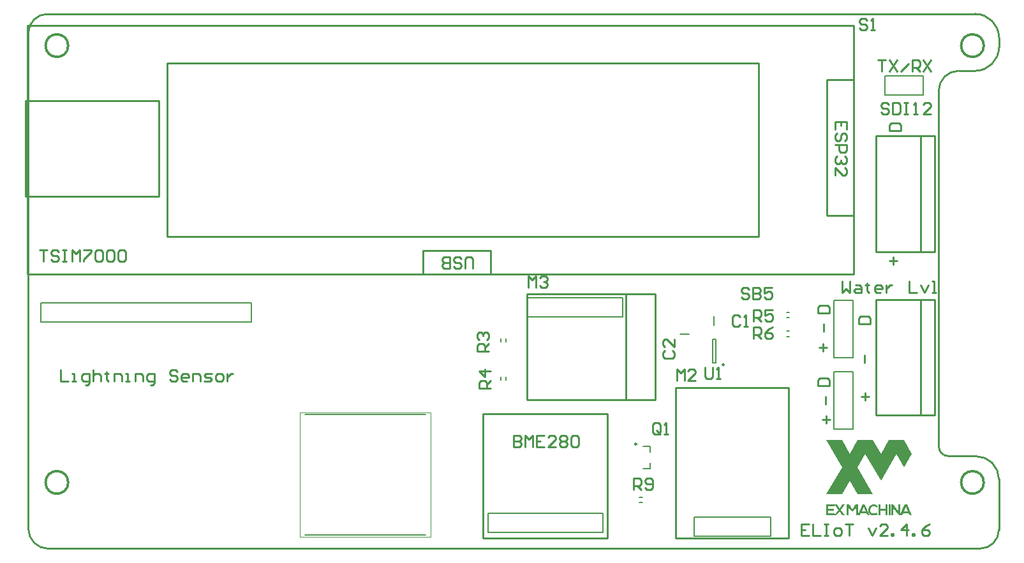
<source format=gto>
G04*
G04 #@! TF.GenerationSoftware,Altium Limited,Altium Designer,21.2.1 (34)*
G04*
G04 Layer_Color=65535*
%FSLAX44Y44*%
%MOMM*%
G71*
G04*
G04 #@! TF.SameCoordinates,603A0A18-1311-4174-A4CB-90F12E54E7A9*
G04*
G04*
G04 #@! TF.FilePolarity,Positive*
G04*
G01*
G75*
%ADD10C,0.2500*%
%ADD11C,0.2540*%
%ADD12C,0.2000*%
%ADD13C,0.2794*%
%ADD14C,0.0500*%
%ADD15C,0.3000*%
G36*
X1822599Y1606026D02*
X1812230Y1588064D01*
X1801953Y1606026D01*
X1781307Y1570196D01*
X1760569Y1606026D01*
X1750292Y1588064D01*
X1770938Y1552327D01*
X1750292D01*
X1739923Y1570196D01*
X1729646Y1552327D01*
X1709000D01*
X1729646Y1588064D01*
X1709000Y1623894D01*
X1729646D01*
X1739923Y1606026D01*
X1750292Y1623894D01*
X1770938D01*
X1781307Y1606026D01*
X1791584Y1623894D01*
X1812230D01*
X1822599Y1606026D01*
D02*
G37*
G36*
X1773067Y1538810D02*
X1773901Y1538625D01*
X1774919Y1538255D01*
X1775012D01*
X1775197Y1538162D01*
X1775752Y1537884D01*
X1776586Y1537329D01*
X1777419Y1536681D01*
X1775567Y1534922D01*
X1775475Y1535014D01*
X1775104Y1535292D01*
X1774549Y1535662D01*
X1773901Y1535940D01*
X1773716Y1536033D01*
X1773345Y1536125D01*
X1772790Y1536218D01*
X1772142Y1536310D01*
X1771679D01*
X1771216Y1536218D01*
X1770660Y1536125D01*
X1770012Y1535940D01*
X1769364Y1535570D01*
X1768809Y1535199D01*
X1768253Y1534644D01*
Y1534551D01*
X1768068Y1534366D01*
X1767883Y1534088D01*
X1767698Y1533626D01*
X1767327Y1532607D01*
X1767235Y1531959D01*
X1767142Y1531311D01*
Y1531218D01*
Y1531033D01*
X1767235Y1530663D01*
X1767327Y1530293D01*
X1767605Y1529182D01*
X1767883Y1528626D01*
X1768253Y1528071D01*
X1768346Y1527978D01*
X1768438Y1527793D01*
X1768716Y1527608D01*
X1769179Y1527330D01*
X1769734Y1526960D01*
X1770383Y1526774D01*
X1771216Y1526589D01*
X1772142Y1526497D01*
X1772327D01*
X1772697Y1526589D01*
X1773345Y1526682D01*
X1773993Y1526960D01*
X1774178Y1527052D01*
X1774549Y1527237D01*
X1775104Y1527515D01*
X1775752Y1527978D01*
X1777511Y1526126D01*
X1777326Y1525941D01*
X1776863Y1525571D01*
X1776030Y1525108D01*
X1775104Y1524645D01*
X1775012D01*
X1774919Y1524552D01*
X1774641Y1524460D01*
X1774271Y1524367D01*
X1773345Y1524090D01*
X1772234Y1523997D01*
X1771494D01*
X1770753Y1524090D01*
X1769920Y1524275D01*
X1768994Y1524552D01*
X1767975Y1525015D01*
X1767050Y1525571D01*
X1766309Y1526311D01*
X1766216Y1526404D01*
X1766031Y1526682D01*
X1765753Y1527145D01*
X1765476Y1527793D01*
X1765105Y1528533D01*
X1764828Y1529367D01*
X1764642Y1530293D01*
X1764550Y1531311D01*
Y1531404D01*
Y1531774D01*
X1764642Y1532329D01*
X1764735Y1533070D01*
X1764920Y1533811D01*
X1765291Y1534737D01*
X1765661Y1535570D01*
X1766309Y1536496D01*
X1766402Y1536588D01*
X1766679Y1536866D01*
X1767142Y1537236D01*
X1767790Y1537699D01*
X1768624Y1538162D01*
X1769549Y1538533D01*
X1770753Y1538810D01*
X1772142Y1538903D01*
X1772697D01*
X1773067Y1538810D01*
D02*
G37*
G36*
X1732979Y1538440D02*
X1728072Y1531496D01*
X1733164Y1524367D01*
Y1524275D01*
X1730109D01*
X1726406Y1529737D01*
X1722702Y1524275D01*
X1709000D01*
Y1538625D01*
X1719740D01*
Y1536033D01*
X1711685D01*
Y1532700D01*
X1719369D01*
Y1530200D01*
X1711685D01*
Y1527052D01*
X1719740D01*
Y1524367D01*
X1724646Y1531496D01*
X1719925Y1538440D01*
Y1538625D01*
X1722795D01*
X1726406Y1533255D01*
X1730016Y1538625D01*
X1732979D01*
Y1538440D01*
D02*
G37*
G36*
X1790381Y1524275D02*
X1787696D01*
Y1530107D01*
X1780659Y1530107D01*
Y1524275D01*
X1777882D01*
Y1538533D01*
X1780659D01*
Y1532515D01*
X1787696Y1532515D01*
Y1538533D01*
X1790381D01*
Y1524275D01*
D02*
G37*
G36*
X1807323Y1525710D02*
X1806675Y1524275D01*
X1805564D01*
X1797972Y1533996D01*
Y1524275D01*
X1795287D01*
Y1538625D01*
X1797509D01*
X1804546Y1529737D01*
Y1538625D01*
X1807323D01*
Y1525710D01*
D02*
G37*
G36*
X1766494Y1524275D02*
X1763439D01*
X1762235Y1527052D01*
X1754736D01*
X1753440Y1524275D01*
X1751033D01*
Y1525315D01*
X1750570Y1524275D01*
X1748348D01*
Y1534644D01*
X1743626Y1528533D01*
X1743163D01*
X1738534Y1534644D01*
Y1524275D01*
X1735849D01*
Y1538533D01*
X1738904D01*
X1743441Y1532422D01*
X1747977Y1538533D01*
X1751033D01*
Y1525315D01*
X1756958Y1538625D01*
X1760013D01*
X1766494Y1524275D01*
D02*
G37*
G36*
X1822599Y1524275D02*
X1819544D01*
X1818433Y1527052D01*
X1810934D01*
X1809638Y1524275D01*
X1807323D01*
Y1525710D01*
X1813156Y1538625D01*
X1816211D01*
X1822599Y1524275D01*
D02*
G37*
G36*
X1794084D02*
X1791399D01*
Y1538625D01*
X1794084D01*
Y1524275D01*
D02*
G37*
%LPC*%
G36*
X1758439Y1535570D02*
X1755847Y1529552D01*
X1761217D01*
X1758439Y1535570D01*
D02*
G37*
G36*
X1814730Y1535570D02*
X1811952Y1529552D01*
X1817322D01*
X1814730Y1535570D01*
D02*
G37*
%LPD*%
D10*
X1573458Y1724304D02*
G03*
X1573458Y1724304I-1250J0D01*
G01*
X1457250Y1619000D02*
G03*
X1457250Y1619000I-1250J0D01*
G01*
D11*
X1442800Y1678000D02*
Y1818000D01*
X1311800D02*
X1442800D01*
X1311800Y1678000D02*
Y1818000D01*
Y1678000D02*
X1442800D01*
X1481800D02*
Y1818000D01*
X1442800D02*
X1481800D01*
X1442800Y1678000D02*
X1481800D01*
X646031Y2074600D02*
X823030D01*
Y1947600D02*
Y2074600D01*
X646031Y1947600D02*
X823030D01*
X646031D02*
Y2074600D01*
X1253600Y1659000D02*
X1418600D01*
Y1494000D02*
Y1659000D01*
X1253600Y1494000D02*
X1418600D01*
X1253600D02*
Y1659000D01*
X1509000Y1494000D02*
X1659000D01*
X1509000D02*
Y1694000D01*
X1659000D01*
Y1494000D02*
Y1694000D01*
X1745451Y1844645D02*
Y2174645D01*
X1173452Y1875645D02*
X1263451D01*
X1709451Y1922645D02*
X1744451D01*
X1709451Y2102645D02*
X1744451D01*
X1709451Y1922645D02*
Y2102645D01*
X1263451Y1845645D02*
Y1875645D01*
X1173452Y1845645D02*
Y1875645D01*
X1745451Y1900645D02*
Y1901645D01*
Y1897645D02*
Y1907645D01*
Y1897645D02*
Y1906645D01*
X665000Y1876235D02*
X675157D01*
X670078D01*
Y1861000D01*
X690392Y1873696D02*
X687853Y1876235D01*
X682774D01*
X680235Y1873696D01*
Y1871157D01*
X682774Y1868618D01*
X687853D01*
X690392Y1866078D01*
Y1863539D01*
X687853Y1861000D01*
X682774D01*
X680235Y1863539D01*
X695470Y1876235D02*
X700548D01*
X698009D01*
Y1861000D01*
X695470D01*
X700548D01*
X708166D02*
Y1876235D01*
X713244Y1871157D01*
X718323Y1876235D01*
Y1861000D01*
X723401Y1876235D02*
X733558D01*
Y1873696D01*
X723401Y1863539D01*
Y1861000D01*
X738636Y1873696D02*
X741175Y1876235D01*
X746254D01*
X748793Y1873696D01*
Y1863539D01*
X746254Y1861000D01*
X741175D01*
X738636Y1863539D01*
Y1873696D01*
X753871D02*
X756410Y1876235D01*
X761489D01*
X764028Y1873696D01*
Y1863539D01*
X761489Y1861000D01*
X756410D01*
X753871Y1863539D01*
Y1873696D01*
X769106D02*
X771646Y1876235D01*
X776724D01*
X779263Y1873696D01*
Y1863539D01*
X776724Y1861000D01*
X771646D01*
X769106Y1863539D01*
Y1873696D01*
X1735686Y2036489D02*
Y2046645D01*
X1720451D01*
Y2036489D01*
X1728069Y2046645D02*
Y2041567D01*
X1733147Y2021254D02*
X1735686Y2023793D01*
Y2028871D01*
X1733147Y2031410D01*
X1730608D01*
X1728069Y2028871D01*
Y2023793D01*
X1725530Y2021254D01*
X1722991D01*
X1720451Y2023793D01*
Y2028871D01*
X1722991Y2031410D01*
X1720451Y2016175D02*
X1735686D01*
Y2008558D01*
X1733147Y2006019D01*
X1728069D01*
X1725530Y2008558D01*
Y2016175D01*
X1733147Y2000940D02*
X1735686Y1998401D01*
Y1993323D01*
X1733147Y1990783D01*
X1730608D01*
X1728069Y1993323D01*
Y1995862D01*
Y1993323D01*
X1725530Y1990783D01*
X1722991D01*
X1720451Y1993323D01*
Y1998401D01*
X1722991Y2000940D01*
X1720451Y1975548D02*
Y1985705D01*
X1730608Y1975548D01*
X1733147D01*
X1735686Y1978087D01*
Y1983166D01*
X1733147Y1985705D01*
X1239451Y1852410D02*
Y1865106D01*
X1236912Y1867645D01*
X1231834D01*
X1229295Y1865106D01*
Y1852410D01*
X1214060Y1854949D02*
X1216599Y1852410D01*
X1221677D01*
X1224216Y1854949D01*
Y1857489D01*
X1221677Y1860028D01*
X1216599D01*
X1214060Y1862567D01*
Y1865106D01*
X1216599Y1867645D01*
X1221677D01*
X1224216Y1865106D01*
X1208981Y1852410D02*
Y1867645D01*
X1201364D01*
X1198825Y1865106D01*
Y1862567D01*
X1201364Y1860028D01*
X1208981D01*
X1201364D01*
X1198825Y1857489D01*
Y1854949D01*
X1201364Y1852410D01*
X1208981D01*
X692758Y1717235D02*
Y1702000D01*
X702915D01*
X707993D02*
X713072D01*
X710533D01*
Y1712157D01*
X707993D01*
X725768Y1696922D02*
X728307D01*
X730846Y1699461D01*
Y1712157D01*
X723229D01*
X720689Y1709617D01*
Y1704539D01*
X723229Y1702000D01*
X730846D01*
X735924Y1717235D02*
Y1702000D01*
Y1709617D01*
X738464Y1712157D01*
X743542D01*
X746081Y1709617D01*
Y1702000D01*
X753699Y1714696D02*
Y1712157D01*
X751160D01*
X756238D01*
X753699D01*
Y1704539D01*
X756238Y1702000D01*
X763855D02*
Y1712157D01*
X771473D01*
X774012Y1709617D01*
Y1702000D01*
X779090D02*
X784169D01*
X781630D01*
Y1712157D01*
X779090D01*
X791786Y1702000D02*
Y1712157D01*
X799404D01*
X801943Y1709617D01*
Y1702000D01*
X812100Y1696922D02*
X814639D01*
X817178Y1699461D01*
Y1712157D01*
X809561D01*
X807021Y1709617D01*
Y1704539D01*
X809561Y1702000D01*
X817178D01*
X847648Y1714696D02*
X845109Y1717235D01*
X840031D01*
X837492Y1714696D01*
Y1712157D01*
X840031Y1709617D01*
X845109D01*
X847648Y1707078D01*
Y1704539D01*
X845109Y1702000D01*
X840031D01*
X837492Y1704539D01*
X860344Y1702000D02*
X855266D01*
X852727Y1704539D01*
Y1709617D01*
X855266Y1712157D01*
X860344D01*
X862883Y1709617D01*
Y1707078D01*
X852727D01*
X867962Y1702000D02*
Y1712157D01*
X875579D01*
X878118Y1709617D01*
Y1702000D01*
X883197D02*
X890814D01*
X893354Y1704539D01*
X890814Y1707078D01*
X885736D01*
X883197Y1709617D01*
X885736Y1712157D01*
X893354D01*
X900971Y1702000D02*
X906049D01*
X908589Y1704539D01*
Y1709617D01*
X906049Y1712157D01*
X900971D01*
X898432Y1709617D01*
Y1704539D01*
X900971Y1702000D01*
X913667Y1712157D02*
Y1702000D01*
Y1707078D01*
X916206Y1709617D01*
X918745Y1712157D01*
X921284D01*
X1792765Y2035000D02*
X1808000D01*
Y2042618D01*
X1805461Y2045157D01*
X1795304D01*
X1792765Y2042618D01*
Y2035000D01*
X1793000Y1862118D02*
X1803157D01*
X1798078Y1867196D02*
Y1857039D01*
X1699500Y1747218D02*
X1709657D01*
X1704578Y1752296D02*
Y1742139D01*
X1697765Y1793000D02*
X1713000D01*
Y1800618D01*
X1710461Y1803157D01*
X1700304D01*
X1697765Y1800618D01*
Y1793000D01*
X1705383Y1768000D02*
Y1778157D01*
X1697765Y1696500D02*
X1713000D01*
Y1704117D01*
X1710461Y1706657D01*
X1700304D01*
X1697765Y1704117D01*
Y1696500D01*
X1708383Y1671500D02*
Y1681657D01*
X1704000Y1651618D02*
X1714157D01*
X1709078Y1656696D02*
Y1646539D01*
X1751765Y1778000D02*
X1767000D01*
Y1785618D01*
X1764461Y1788157D01*
X1754304D01*
X1751765Y1785618D01*
Y1778000D01*
X1759382Y1727000D02*
Y1737157D01*
X1755000Y1681617D02*
X1765157D01*
X1760078Y1686696D02*
Y1676539D01*
X1294200Y1630235D02*
Y1615000D01*
X1301817D01*
X1304357Y1617539D01*
Y1620078D01*
X1301817Y1622617D01*
X1294200D01*
X1301817D01*
X1304357Y1625157D01*
Y1627696D01*
X1301817Y1630235D01*
X1294200D01*
X1309435Y1615000D02*
Y1630235D01*
X1314513Y1625157D01*
X1319592Y1630235D01*
Y1615000D01*
X1334827Y1630235D02*
X1324670D01*
Y1615000D01*
X1334827D01*
X1324670Y1622617D02*
X1329749D01*
X1350062Y1615000D02*
X1339905D01*
X1350062Y1625157D01*
Y1627696D01*
X1347523Y1630235D01*
X1342444D01*
X1339905Y1627696D01*
X1355140D02*
X1357679Y1630235D01*
X1362758D01*
X1365297Y1627696D01*
Y1625157D01*
X1362758Y1622617D01*
X1365297Y1620078D01*
Y1617539D01*
X1362758Y1615000D01*
X1357679D01*
X1355140Y1617539D01*
Y1620078D01*
X1357679Y1622617D01*
X1355140Y1625157D01*
Y1627696D01*
X1357679Y1622617D02*
X1362758D01*
X1370375Y1627696D02*
X1372915Y1630235D01*
X1377993D01*
X1380532Y1627696D01*
Y1617539D01*
X1377993Y1615000D01*
X1372915D01*
X1370375Y1617539D01*
Y1627696D01*
X1685883Y1512884D02*
X1675727D01*
Y1497648D01*
X1685883D01*
X1675727Y1505266D02*
X1680805D01*
X1690962Y1512884D02*
Y1497648D01*
X1701119D01*
X1706197Y1512884D02*
X1711275D01*
X1708736D01*
Y1497648D01*
X1706197D01*
X1711275D01*
X1721432D02*
X1726510D01*
X1729050Y1500188D01*
Y1505266D01*
X1726510Y1507805D01*
X1721432D01*
X1718893Y1505266D01*
Y1500188D01*
X1721432Y1497648D01*
X1734128Y1512884D02*
X1744285D01*
X1739206D01*
Y1497648D01*
X1764598Y1507805D02*
X1769676Y1497648D01*
X1774755Y1507805D01*
X1789990Y1497648D02*
X1779833D01*
X1789990Y1507805D01*
Y1510344D01*
X1787451Y1512884D01*
X1782372D01*
X1779833Y1510344D01*
X1795068Y1497648D02*
Y1500188D01*
X1797607D01*
Y1497648D01*
X1795068D01*
X1815382D02*
Y1512884D01*
X1807764Y1505266D01*
X1817921D01*
X1822999Y1497648D02*
Y1500188D01*
X1825538D01*
Y1497648D01*
X1822999D01*
X1845852Y1512884D02*
X1840773Y1510344D01*
X1835695Y1505266D01*
Y1500188D01*
X1838234Y1497648D01*
X1843313D01*
X1845852Y1500188D01*
Y1502727D01*
X1843313Y1505266D01*
X1835695D01*
X1313180Y1826768D02*
Y1842003D01*
X1318258Y1836925D01*
X1323337Y1842003D01*
Y1826768D01*
X1328415Y1839464D02*
X1330954Y1842003D01*
X1336033D01*
X1338572Y1839464D01*
Y1836925D01*
X1336033Y1834386D01*
X1333493D01*
X1336033D01*
X1338572Y1831846D01*
Y1829307D01*
X1336033Y1826768D01*
X1330954D01*
X1328415Y1829307D01*
X1606592Y1824177D02*
X1604053Y1826716D01*
X1598975D01*
X1596436Y1824177D01*
Y1821638D01*
X1598975Y1819099D01*
X1604053D01*
X1606592Y1816559D01*
Y1814020D01*
X1604053Y1811481D01*
X1598975D01*
X1596436Y1814020D01*
X1611671Y1826716D02*
Y1811481D01*
X1619288D01*
X1621827Y1814020D01*
Y1816559D01*
X1619288Y1819099D01*
X1611671D01*
X1619288D01*
X1621827Y1821638D01*
Y1824177D01*
X1619288Y1826716D01*
X1611671D01*
X1637062D02*
X1626906D01*
Y1819099D01*
X1631984Y1821638D01*
X1634523D01*
X1637062Y1819099D01*
Y1814020D01*
X1634523Y1811481D01*
X1629445D01*
X1626906Y1814020D01*
X1763157Y2181696D02*
X1760618Y2184235D01*
X1755539D01*
X1753000Y2181696D01*
Y2179157D01*
X1755539Y2176617D01*
X1760618D01*
X1763157Y2174078D01*
Y2171539D01*
X1760618Y2169000D01*
X1755539D01*
X1753000Y2171539D01*
X1768235Y2169000D02*
X1773313D01*
X1770774D01*
Y2184235D01*
X1768235Y2181696D01*
X1453134Y1558290D02*
Y1573525D01*
X1460751D01*
X1463291Y1570986D01*
Y1565907D01*
X1460751Y1563368D01*
X1453134D01*
X1458212D02*
X1463291Y1558290D01*
X1468369Y1560829D02*
X1470908Y1558290D01*
X1475987D01*
X1478526Y1560829D01*
Y1570986D01*
X1475987Y1573525D01*
X1470908D01*
X1468369Y1570986D01*
Y1568447D01*
X1470908Y1565907D01*
X1478526D01*
X1488470Y1634539D02*
Y1644696D01*
X1485930Y1647235D01*
X1480852D01*
X1478313Y1644696D01*
Y1634539D01*
X1480852Y1632000D01*
X1485930D01*
X1483391Y1637078D02*
X1488470Y1632000D01*
X1485930D02*
X1488470Y1634539D01*
X1493548Y1632000D02*
X1498626D01*
X1496087D01*
Y1647235D01*
X1493548Y1644696D01*
X1612000Y1758705D02*
Y1773940D01*
X1619617D01*
X1622157Y1771401D01*
Y1766322D01*
X1619617Y1763783D01*
X1612000D01*
X1617078D02*
X1622157Y1758705D01*
X1637392Y1773940D02*
X1632313Y1771401D01*
X1627235Y1766322D01*
Y1761244D01*
X1629774Y1758705D01*
X1634853D01*
X1637392Y1761244D01*
Y1763783D01*
X1634853Y1766322D01*
X1627235D01*
X1612000Y1781454D02*
Y1796689D01*
X1619617D01*
X1622157Y1794150D01*
Y1789072D01*
X1619617Y1786532D01*
X1612000D01*
X1617078D02*
X1622157Y1781454D01*
X1637392Y1796689D02*
X1627235D01*
Y1789072D01*
X1632313Y1791611D01*
X1634853D01*
X1637392Y1789072D01*
Y1783993D01*
X1634853Y1781454D01*
X1629774D01*
X1627235Y1783993D01*
X1510284Y1702816D02*
Y1718051D01*
X1515362Y1712973D01*
X1520441Y1718051D01*
Y1702816D01*
X1535676D02*
X1525519D01*
X1535676Y1712973D01*
Y1715512D01*
X1533137Y1718051D01*
X1528058D01*
X1525519Y1715512D01*
X1548208Y1720502D02*
Y1707806D01*
X1550747Y1705267D01*
X1555826D01*
X1558365Y1707806D01*
Y1720502D01*
X1563443Y1705267D02*
X1568521D01*
X1565982D01*
Y1720502D01*
X1563443Y1717963D01*
X1263700Y1693175D02*
X1248465D01*
Y1700792D01*
X1251004Y1703331D01*
X1256083D01*
X1258622Y1700792D01*
Y1693175D01*
Y1698253D02*
X1263700Y1703331D01*
Y1716027D02*
X1248465D01*
X1256083Y1708410D01*
Y1718566D01*
X1261200Y1742250D02*
X1245965D01*
Y1749868D01*
X1248504Y1752407D01*
X1253583D01*
X1256122Y1749868D01*
Y1742250D01*
Y1747328D02*
X1261200Y1752407D01*
X1248504Y1757485D02*
X1245965Y1760024D01*
Y1765103D01*
X1248504Y1767642D01*
X1251043D01*
X1253583Y1765103D01*
Y1762563D01*
Y1765103D01*
X1256122Y1767642D01*
X1258661D01*
X1261200Y1765103D01*
Y1760024D01*
X1258661Y1757485D01*
X1777000Y2129235D02*
X1787157D01*
X1782078D01*
Y2114000D01*
X1792235Y2129235D02*
X1802392Y2114000D01*
Y2129235D02*
X1792235Y2114000D01*
X1807470D02*
X1817627Y2124157D01*
X1822705Y2114000D02*
Y2129235D01*
X1830323D01*
X1832862Y2126696D01*
Y2121617D01*
X1830323Y2119078D01*
X1822705D01*
X1827784D02*
X1832862Y2114000D01*
X1837940Y2129235D02*
X1848097Y2114000D01*
Y2129235D02*
X1837940Y2114000D01*
X1730000Y1835235D02*
Y1820000D01*
X1735078Y1825078D01*
X1740157Y1820000D01*
Y1835235D01*
X1747774Y1830157D02*
X1752853D01*
X1755392Y1827617D01*
Y1820000D01*
X1747774D01*
X1745235Y1822539D01*
X1747774Y1825078D01*
X1755392D01*
X1763009Y1832696D02*
Y1830157D01*
X1760470D01*
X1765549D01*
X1763009D01*
Y1822539D01*
X1765549Y1820000D01*
X1780784D02*
X1775705D01*
X1773166Y1822539D01*
Y1827617D01*
X1775705Y1830157D01*
X1780784D01*
X1783323Y1827617D01*
Y1825078D01*
X1773166D01*
X1788401Y1830157D02*
Y1820000D01*
Y1825078D01*
X1790940Y1827617D01*
X1793479Y1830157D01*
X1796019D01*
X1818871Y1835235D02*
Y1820000D01*
X1829028D01*
X1834106Y1830157D02*
X1839185Y1820000D01*
X1844263Y1830157D01*
X1849341Y1820000D02*
X1854420D01*
X1851881D01*
Y1835235D01*
X1849341D01*
X1791717Y2070073D02*
X1789178Y2072612D01*
X1784099D01*
X1781560Y2070073D01*
Y2067534D01*
X1784099Y2064994D01*
X1789178D01*
X1791717Y2062455D01*
Y2059916D01*
X1789178Y2057377D01*
X1784099D01*
X1781560Y2059916D01*
X1796795Y2072612D02*
Y2057377D01*
X1804413D01*
X1806952Y2059916D01*
Y2070073D01*
X1804413Y2072612D01*
X1796795D01*
X1812030D02*
X1817108D01*
X1814569D01*
Y2057377D01*
X1812030D01*
X1817108D01*
X1824726D02*
X1829804D01*
X1827265D01*
Y2072612D01*
X1824726Y2070073D01*
X1847579Y2057377D02*
X1837422D01*
X1847579Y2067534D01*
Y2070073D01*
X1845039Y2072612D01*
X1839961D01*
X1837422Y2070073D01*
X1494304Y1743157D02*
X1491765Y1740618D01*
Y1735539D01*
X1494304Y1733000D01*
X1504461D01*
X1507000Y1735539D01*
Y1740618D01*
X1504461Y1743157D01*
X1507000Y1758392D02*
Y1748235D01*
X1496843Y1758392D01*
X1494304D01*
X1491765Y1755853D01*
Y1750774D01*
X1494304Y1748235D01*
X1594507Y1787697D02*
X1591967Y1790237D01*
X1586889D01*
X1584350Y1787697D01*
Y1777541D01*
X1586889Y1775002D01*
X1591967D01*
X1594507Y1777541D01*
X1599585Y1775002D02*
X1604663D01*
X1602124D01*
Y1790237D01*
X1599585Y1787697D01*
X1913011Y1480000D02*
G03*
X1937978Y1504966I0J24966D01*
G01*
X1938040Y2158600D02*
G03*
X1906640Y2190000I-31400J0D01*
G01*
X1937978Y1572309D02*
G03*
X1907515Y1602771I-30463J0D01*
G01*
X1884624Y2114464D02*
G03*
X1858160Y2088000I0J-26464D01*
G01*
X1858166Y1615620D02*
G03*
X1870866Y1602920I12700J0D01*
G01*
X1906640Y2114464D02*
G03*
X1938040Y2145864I0J31400D01*
G01*
X650000Y1506454D02*
G03*
X676454Y1480000I26455J0D01*
G01*
X675392Y2190000D02*
G03*
X650000Y2164608I0J-25392D01*
G01*
X834452Y2124645D02*
X1619451Y2124645D01*
X834452Y1894645D02*
X1619451Y1894645D01*
Y2124645D01*
X834452Y1894645D02*
Y2124645D01*
X676454Y1480000D02*
X1913011D01*
X1938040Y2145864D02*
Y2158600D01*
X675392Y2190000D02*
X1906640D01*
X1903863Y1602920D02*
X1907515D01*
X1884624Y2114464D02*
X1906640D01*
X1858000Y2088000D02*
X1858000Y1615620D01*
X1937978Y1504966D02*
Y1572309D01*
X1870866Y1602920D02*
X1903863D01*
X650000Y1506454D02*
X650000Y2164608D01*
D12*
X1438500Y1787300D02*
Y1812700D01*
X1311800Y1787300D02*
X1438500D01*
X1311800Y1812700D02*
X1438500D01*
X1311800Y1787300D02*
Y1812700D01*
X1412300Y1501300D02*
Y1526700D01*
X1259900Y1501300D02*
Y1526700D01*
X1412300D01*
X1259900Y1501300D02*
X1412300D01*
X1533300Y1496300D02*
X1634900D01*
X1533300Y1521700D02*
X1634900D01*
X1533300Y1496300D02*
Y1521700D01*
X1634900Y1496300D02*
Y1521700D01*
X666500Y1781300D02*
X926850D01*
X945900D01*
Y1806700D01*
X666500D02*
X945900D01*
X666500Y1781300D02*
Y1806700D01*
X1017000Y1658000D02*
X1177000D01*
X1017000Y1498000D02*
X1177000D01*
X1557708Y1727054D02*
X1562708D01*
X1557708Y1758054D02*
X1562708D01*
Y1727054D02*
Y1758054D01*
X1557708Y1727054D02*
Y1758054D01*
X1466000Y1616000D02*
X1475000D01*
Y1608000D02*
Y1616000D01*
X1466000Y1586000D02*
X1475000D01*
Y1594000D01*
X1656000Y1786500D02*
X1660000D01*
X1656000Y1793500D02*
X1660000D01*
X1461000Y1541192D02*
X1465000D01*
X1461000Y1548192D02*
X1465000Y1548192D01*
X1656000Y1761748D02*
X1660000D01*
X1656000Y1768748D02*
X1660000D01*
X1277200Y1704179D02*
Y1708179D01*
X1284200Y1704179D02*
Y1708179D01*
Y1755000D02*
Y1759000D01*
X1277200Y1755000D02*
Y1759000D01*
X1560208Y1776954D02*
Y1788954D01*
X1514691Y1765248D02*
X1526691D01*
X1786900Y2082074D02*
X1837700D01*
Y2107474D01*
X1786900D02*
X1837700D01*
X1786900Y2082074D02*
Y2107474D01*
X1744700Y1733900D02*
Y1810100D01*
X1719300D02*
X1744700D01*
X1719300Y1733900D02*
Y1810100D01*
Y1733900D02*
X1744700D01*
Y1638300D02*
Y1714500D01*
X1719300D02*
X1744700D01*
X1719300Y1638300D02*
Y1714500D01*
Y1638300D02*
X1744700D01*
D13*
X1775000Y1874000D02*
X1853000D01*
X1775000D02*
Y2028000D01*
X1853000Y1874000D02*
Y2028000D01*
X1775000D02*
X1853000D01*
X1834000Y1874000D02*
Y2027000D01*
X1775000Y1657000D02*
X1853000D01*
X1775000D02*
Y1811000D01*
X1853000Y1657000D02*
Y1811000D01*
X1775000D02*
X1853000D01*
X1834000Y1657000D02*
Y1810000D01*
X648452Y1844645D02*
X1745451D01*
X648452D02*
Y2174645D01*
X1744451D01*
D14*
X1010500Y1660500D02*
X1183500D01*
Y1495500D02*
Y1660500D01*
X1010500Y1495500D02*
Y1660500D01*
Y1495500D02*
X1183500D01*
D15*
X1917878Y2147934D02*
G03*
X1917878Y2147934I-15000J0D01*
G01*
Y1567934D02*
G03*
X1917878Y1567934I-15000J0D01*
G01*
X702878D02*
G03*
X702878Y1567934I-15000J0D01*
G01*
Y2147934D02*
G03*
X702878Y2147934I-15000J0D01*
G01*
M02*

</source>
